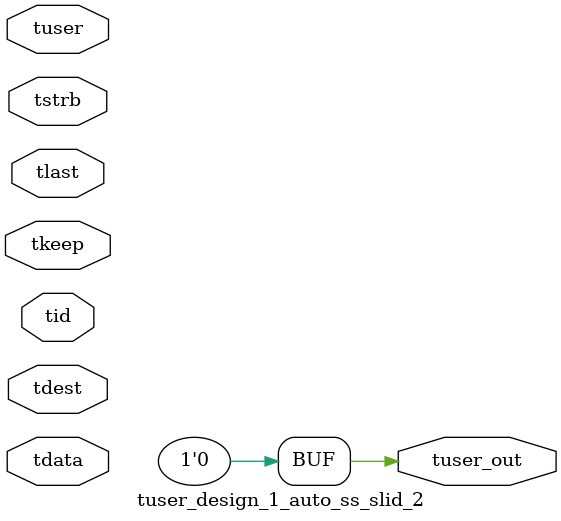
<source format=v>


`timescale 1ps/1ps

module tuser_design_1_auto_ss_slid_2 #
(
parameter C_S_AXIS_TUSER_WIDTH = 1,
parameter C_S_AXIS_TDATA_WIDTH = 32,
parameter C_S_AXIS_TID_WIDTH   = 0,
parameter C_S_AXIS_TDEST_WIDTH = 0,
parameter C_M_AXIS_TUSER_WIDTH = 1
)
(
input  [(C_S_AXIS_TUSER_WIDTH == 0 ? 1 : C_S_AXIS_TUSER_WIDTH)-1:0     ] tuser,
input  [(C_S_AXIS_TDATA_WIDTH == 0 ? 1 : C_S_AXIS_TDATA_WIDTH)-1:0     ] tdata,
input  [(C_S_AXIS_TID_WIDTH   == 0 ? 1 : C_S_AXIS_TID_WIDTH)-1:0       ] tid,
input  [(C_S_AXIS_TDEST_WIDTH == 0 ? 1 : C_S_AXIS_TDEST_WIDTH)-1:0     ] tdest,
input  [(C_S_AXIS_TDATA_WIDTH/8)-1:0 ] tkeep,
input  [(C_S_AXIS_TDATA_WIDTH/8)-1:0 ] tstrb,
input                                                                    tlast,
output [C_M_AXIS_TUSER_WIDTH-1:0] tuser_out
);

assign tuser_out = {1'b0};

endmodule


</source>
